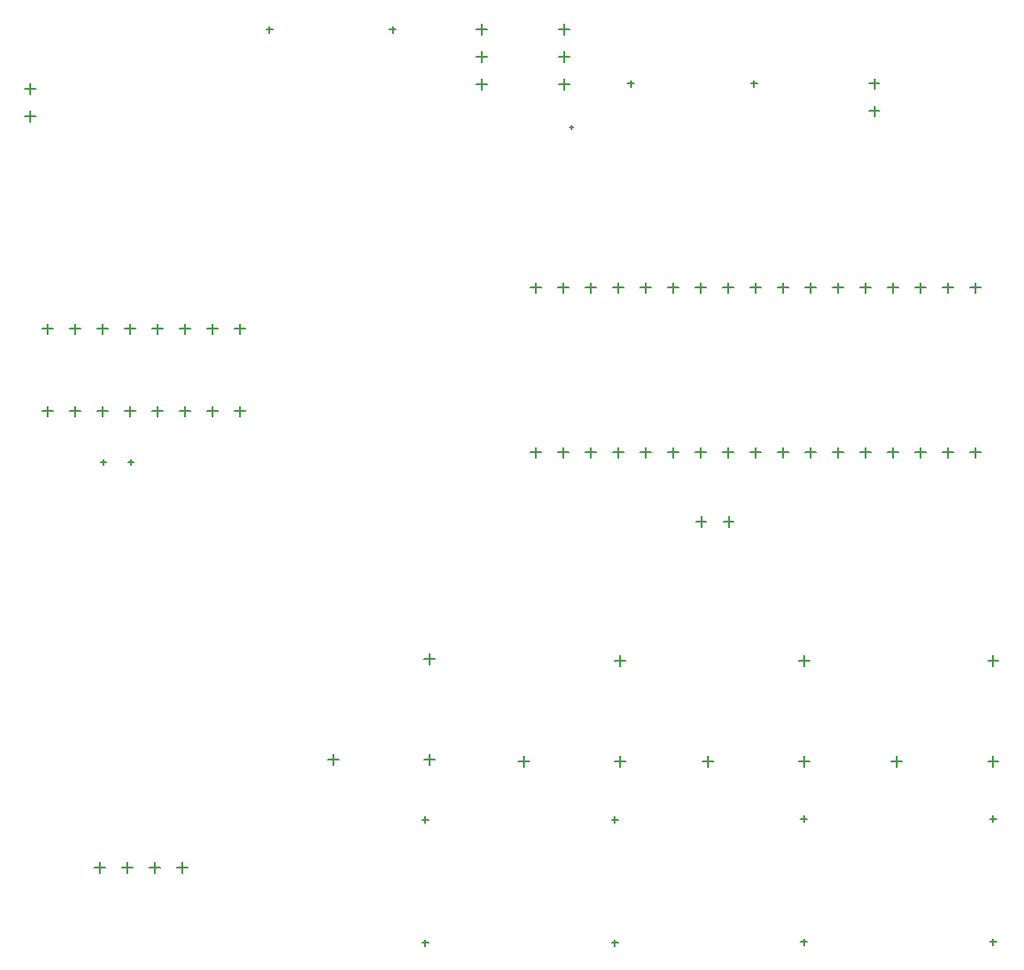
<source format=gbr>
%TF.GenerationSoftware,Altium Limited,Altium Designer,21.8.1 (53)*%
G04 Layer_Color=128*
%FSLAX26Y26*%
%MOIN*%
%TF.SameCoordinates,5B9076D9-9D05-4804-A52A-FD960459403A*%
%TF.FilePolarity,Positive*%
%TF.FileFunction,Drillmap*%
%TF.Part,Single*%
G01*
G75*
%TA.AperFunction,NonConductor*%
%ADD37C,0.005000*%
D37*
X3051181Y838583D02*
X3090551D01*
X3070866Y818898D02*
Y858268D01*
X3051181Y1204724D02*
X3090551D01*
X3070866Y1185039D02*
Y1224409D01*
X2700787Y838583D02*
X2740157D01*
X2720472Y818898D02*
Y858268D01*
X2777165Y1712598D02*
X2816535D01*
X2796850Y1692913D02*
Y1732283D01*
X2677165Y1712598D02*
X2716535D01*
X2696850Y1692913D02*
Y1732283D01*
X3748032Y181102D02*
X3771654D01*
X3759843Y169291D02*
Y192913D01*
X3748032Y629921D02*
X3771654D01*
X3759843Y618110D02*
Y641732D01*
X3059055Y181102D02*
X3082677D01*
X3070866Y169291D02*
Y192913D01*
X3059055Y629921D02*
X3082677D01*
X3070866Y618110D02*
Y641732D01*
X2370079Y177165D02*
X2393701D01*
X2381890Y165354D02*
Y188976D01*
X2370079Y625984D02*
X2393701D01*
X2381890Y614173D02*
Y637795D01*
X1681102Y177165D02*
X1704725D01*
X1692914Y165354D02*
Y188976D01*
X1681102Y625984D02*
X1704725D01*
X1692914Y614173D02*
Y637795D01*
X511024Y1929134D02*
X530709D01*
X520866Y1919291D02*
Y1938976D01*
X611024Y1929134D02*
X630709D01*
X620866Y1919291D02*
Y1938976D01*
X3389764Y838583D02*
X3429134D01*
X3409449Y818898D02*
Y858268D01*
X3740158Y1204724D02*
X3779528D01*
X3759843Y1185039D02*
Y1224409D01*
X3740158Y838583D02*
X3779528D01*
X3759843Y818898D02*
Y858268D01*
X2031496Y838583D02*
X2070866D01*
X2051181Y818898D02*
Y858268D01*
X2381890Y1204724D02*
X2421260D01*
X2401575Y1185039D02*
Y1224409D01*
X2381890Y838583D02*
X2421260D01*
X2401575Y818898D02*
Y858268D01*
X1338583Y846457D02*
X1377953D01*
X1358268Y826772D02*
Y866142D01*
X1688976Y1212599D02*
X1728346D01*
X1708661Y1192914D02*
Y1232284D01*
X1688976Y846457D02*
X1728346D01*
X1708661Y826772D02*
Y866142D01*
X788976Y452756D02*
X828346D01*
X808661Y433071D02*
Y472441D01*
X688976Y452756D02*
X728346D01*
X708661Y433071D02*
Y472441D01*
X588976Y452756D02*
X628346D01*
X608661Y433071D02*
Y472441D01*
X488976Y452756D02*
X528346D01*
X508661Y433071D02*
Y472441D01*
X236220Y3188976D02*
X275591D01*
X255905Y3169291D02*
Y3208661D01*
X236220Y3288976D02*
X275591D01*
X255905Y3269291D02*
Y3308661D01*
X999606Y2413780D02*
X1038976D01*
X1019291Y2394095D02*
Y2433465D01*
X899606Y2413780D02*
X938976D01*
X919291Y2394095D02*
Y2433465D01*
X799606Y2413780D02*
X838976D01*
X819291Y2394095D02*
Y2433465D01*
X699606Y2413780D02*
X738976D01*
X719291Y2394095D02*
Y2433465D01*
X599606Y2413780D02*
X638976D01*
X619291Y2394095D02*
Y2433465D01*
X499606Y2413780D02*
X538976D01*
X519291Y2394095D02*
Y2433465D01*
X399606Y2413780D02*
X438976D01*
X419291Y2394095D02*
Y2433465D01*
X299606Y2413780D02*
X338976D01*
X319291Y2394095D02*
Y2433465D01*
X999606Y2113780D02*
X1038976D01*
X1019291Y2094095D02*
Y2133465D01*
X899606Y2113780D02*
X938976D01*
X919291Y2094095D02*
Y2133465D01*
X799606Y2113780D02*
X838976D01*
X819291Y2094095D02*
Y2133465D01*
X699606Y2113780D02*
X738976D01*
X719291Y2094095D02*
Y2133465D01*
X599606Y2113780D02*
X638976D01*
X619291Y2094095D02*
Y2133465D01*
X499606Y2113780D02*
X538976D01*
X519291Y2094095D02*
Y2133465D01*
X399606Y2113780D02*
X438976D01*
X419291Y2094095D02*
Y2133465D01*
X299606Y2113780D02*
X338976D01*
X319291Y2094095D02*
Y2133465D01*
X2074016Y1963780D02*
X2113386D01*
X2093701Y1944094D02*
Y1983465D01*
X2174016Y1963780D02*
X2213386D01*
X2193701Y1944094D02*
Y1983465D01*
X2274016Y1963780D02*
X2313386D01*
X2293701Y1944094D02*
Y1983465D01*
X2374016Y1963780D02*
X2413386D01*
X2393701Y1944094D02*
Y1983465D01*
X2474016Y1963780D02*
X2513386D01*
X2493701Y1944094D02*
Y1983465D01*
X2574016Y1963780D02*
X2613386D01*
X2593701Y1944094D02*
Y1983465D01*
X2674016Y1963780D02*
X2713386D01*
X2693701Y1944094D02*
Y1983465D01*
X2774016Y1963780D02*
X2813386D01*
X2793701Y1944094D02*
Y1983465D01*
X2874016Y1963780D02*
X2913386D01*
X2893701Y1944094D02*
Y1983465D01*
X2974016Y1963780D02*
X3013386D01*
X2993701Y1944094D02*
Y1983465D01*
X3074016Y1963780D02*
X3113386D01*
X3093701Y1944094D02*
Y1983465D01*
X3174016Y1963780D02*
X3213386D01*
X3193701Y1944094D02*
Y1983465D01*
X3274016Y1963780D02*
X3313386D01*
X3293701Y1944094D02*
Y1983465D01*
X3374016Y1963780D02*
X3413386D01*
X3393701Y1944094D02*
Y1983465D01*
X3474016Y1963780D02*
X3513386D01*
X3493701Y1944094D02*
Y1983465D01*
X3574016Y1963780D02*
X3613386D01*
X3593701Y1944094D02*
Y1983465D01*
X3674016Y1963780D02*
X3713386D01*
X3693701Y1944094D02*
Y1983465D01*
X2074016Y2563780D02*
X2113386D01*
X2093701Y2544095D02*
Y2583465D01*
X2174016Y2563780D02*
X2213386D01*
X2193701Y2544095D02*
Y2583465D01*
X2274016Y2563780D02*
X2313386D01*
X2293701Y2544095D02*
Y2583465D01*
X2374016Y2563780D02*
X2413386D01*
X2393701Y2544095D02*
Y2583465D01*
X2474016Y2563780D02*
X2513386D01*
X2493701Y2544095D02*
Y2583465D01*
X2574016Y2563780D02*
X2613386D01*
X2593701Y2544095D02*
Y2583465D01*
X2674016Y2563780D02*
X2713386D01*
X2693701Y2544095D02*
Y2583465D01*
X2774016Y2563780D02*
X2813386D01*
X2793701Y2544095D02*
Y2583465D01*
X2874016Y2563780D02*
X2913386D01*
X2893701Y2544095D02*
Y2583465D01*
X2974016Y2563780D02*
X3013386D01*
X2993701Y2544095D02*
Y2583465D01*
X3074016Y2563780D02*
X3113386D01*
X3093701Y2544095D02*
Y2583465D01*
X3174016Y2563780D02*
X3213386D01*
X3193701Y2544095D02*
Y2583465D01*
X3274016Y2563780D02*
X3313386D01*
X3293701Y2544095D02*
Y2583465D01*
X3374016Y2563780D02*
X3413386D01*
X3393701Y2544095D02*
Y2583465D01*
X3474016Y2563780D02*
X3513386D01*
X3493701Y2544095D02*
Y2583465D01*
X3574016Y2563780D02*
X3613386D01*
X3593701Y2544095D02*
Y2583465D01*
X3674016Y2563780D02*
X3713386D01*
X3693701Y2544095D02*
Y2583465D01*
X1877559Y3505512D02*
X1916929D01*
X1897244Y3485827D02*
Y3525197D01*
X1877559Y3405512D02*
X1916929D01*
X1897244Y3385827D02*
Y3425197D01*
X1877559Y3305512D02*
X1916929D01*
X1897244Y3285827D02*
Y3325197D01*
X2177559Y3505512D02*
X2216929D01*
X2197244Y3485827D02*
Y3525197D01*
X2177559Y3405512D02*
X2216929D01*
X2197244Y3385827D02*
Y3425197D01*
X2177559Y3305512D02*
X2216929D01*
X2197244Y3285827D02*
Y3325197D01*
X1562992Y3503937D02*
X1586614D01*
X1574803Y3492126D02*
Y3515748D01*
X1114173Y3503937D02*
X1137795D01*
X1125984Y3492126D02*
Y3515748D01*
X3307087Y3307087D02*
X3346457D01*
X3326772Y3287402D02*
Y3326772D01*
X3307087Y3207087D02*
X3346457D01*
X3326772Y3187402D02*
Y3226772D01*
X2877953Y3307087D02*
X2901575D01*
X2889764Y3295276D02*
Y3318898D01*
X2429134Y3307087D02*
X2452756D01*
X2440945Y3295276D02*
Y3318898D01*
X2218504Y3149606D02*
X2230315D01*
X2224409Y3143701D02*
Y3155512D01*
%TF.MD5,52122c37c7ac0a342ac0ae5fdfffb452*%
M02*

</source>
